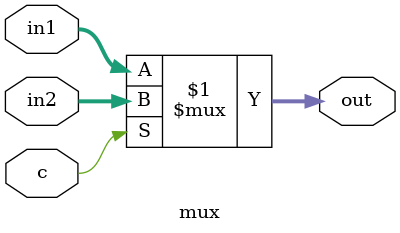
<source format=v>

module mux(
    input [7:0]in1,
    input [7:0]in2,
    input c,
    output [7:0]out
    );
	 
	 assign out = (c)?in2:in1;


endmodule

</source>
